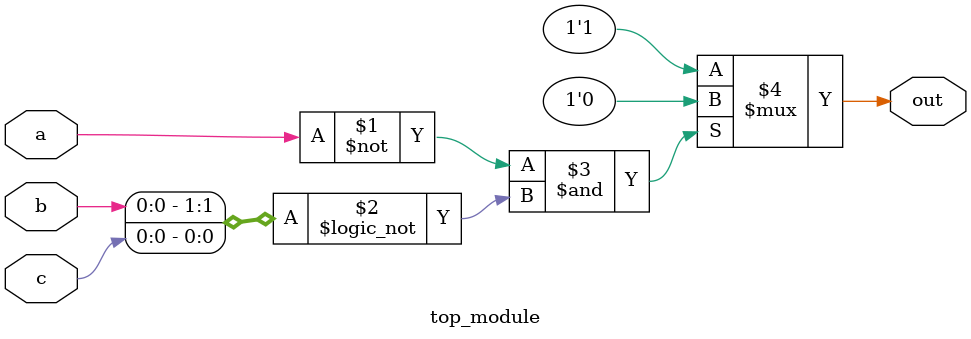
<source format=v>
module top_module(
    input a,
    input b,
    input c,
    output out  ); 
    assign out = (a==1'b0 & {b,c}== 2'b0)? 1'b0:1'b1;

endmodule

</source>
